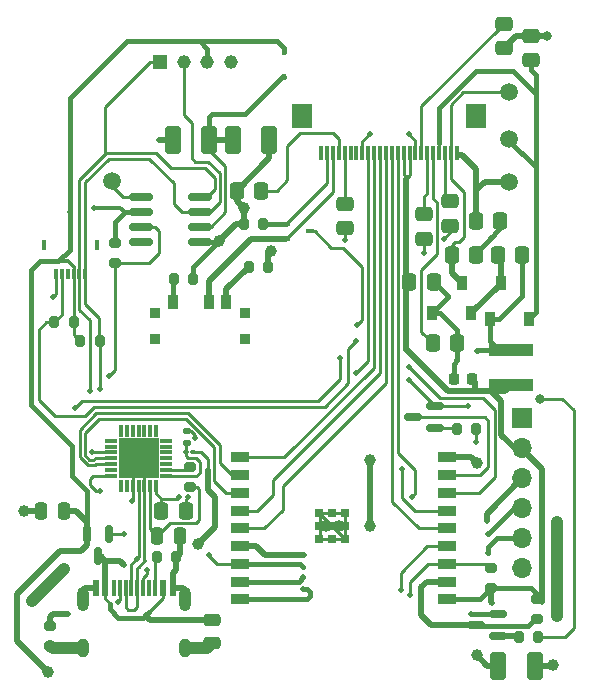
<source format=gtl>
G04 #@! TF.GenerationSoftware,KiCad,Pcbnew,6.0.11-2627ca5db0~126~ubuntu20.04.1*
G04 #@! TF.CreationDate,2023-02-16T11:57:51+01:00*
G04 #@! TF.ProjectId,C3-27-epaper-touch,43332d32-372d-4657-9061-7065722d746f,rev?*
G04 #@! TF.SameCoordinates,Original*
G04 #@! TF.FileFunction,Copper,L1,Top*
G04 #@! TF.FilePolarity,Positive*
%FSLAX46Y46*%
G04 Gerber Fmt 4.6, Leading zero omitted, Abs format (unit mm)*
G04 Created by KiCad (PCBNEW 6.0.11-2627ca5db0~126~ubuntu20.04.1) date 2023-02-16 11:57:51*
%MOMM*%
%LPD*%
G01*
G04 APERTURE LIST*
G04 Aperture macros list*
%AMRoundRect*
0 Rectangle with rounded corners*
0 $1 Rounding radius*
0 $2 $3 $4 $5 $6 $7 $8 $9 X,Y pos of 4 corners*
0 Add a 4 corners polygon primitive as box body*
4,1,4,$2,$3,$4,$5,$6,$7,$8,$9,$2,$3,0*
0 Add four circle primitives for the rounded corners*
1,1,$1+$1,$2,$3*
1,1,$1+$1,$4,$5*
1,1,$1+$1,$6,$7*
1,1,$1+$1,$8,$9*
0 Add four rect primitives between the rounded corners*
20,1,$1+$1,$2,$3,$4,$5,0*
20,1,$1+$1,$4,$5,$6,$7,0*
20,1,$1+$1,$6,$7,$8,$9,0*
20,1,$1+$1,$8,$9,$2,$3,0*%
G04 Aperture macros list end*
G04 #@! TA.AperFunction,SMDPad,CuDef*
%ADD10C,1.500000*%
G04 #@! TD*
G04 #@! TA.AperFunction,SMDPad,CuDef*
%ADD11R,0.450000X0.600000*%
G04 #@! TD*
G04 #@! TA.AperFunction,SMDPad,CuDef*
%ADD12RoundRect,0.250000X-0.337500X-0.475000X0.337500X-0.475000X0.337500X0.475000X-0.337500X0.475000X0*%
G04 #@! TD*
G04 #@! TA.AperFunction,SMDPad,CuDef*
%ADD13R,1.498600X0.889000*%
G04 #@! TD*
G04 #@! TA.AperFunction,SMDPad,CuDef*
%ADD14R,0.711200X0.711200*%
G04 #@! TD*
G04 #@! TA.AperFunction,SMDPad,CuDef*
%ADD15RoundRect,0.150000X0.587500X0.150000X-0.587500X0.150000X-0.587500X-0.150000X0.587500X-0.150000X0*%
G04 #@! TD*
G04 #@! TA.AperFunction,SMDPad,CuDef*
%ADD16RoundRect,0.250000X0.475000X-0.337500X0.475000X0.337500X-0.475000X0.337500X-0.475000X-0.337500X0*%
G04 #@! TD*
G04 #@! TA.AperFunction,SMDPad,CuDef*
%ADD17RoundRect,0.250000X0.337500X0.475000X-0.337500X0.475000X-0.337500X-0.475000X0.337500X-0.475000X0*%
G04 #@! TD*
G04 #@! TA.AperFunction,SMDPad,CuDef*
%ADD18R,0.600000X1.450000*%
G04 #@! TD*
G04 #@! TA.AperFunction,SMDPad,CuDef*
%ADD19R,0.300000X1.450000*%
G04 #@! TD*
G04 #@! TA.AperFunction,ComponentPad*
%ADD20O,1.000000X2.100000*%
G04 #@! TD*
G04 #@! TA.AperFunction,ComponentPad*
%ADD21O,1.000000X1.600000*%
G04 #@! TD*
G04 #@! TA.AperFunction,SMDPad,CuDef*
%ADD22RoundRect,0.150000X-0.150000X0.587500X-0.150000X-0.587500X0.150000X-0.587500X0.150000X0.587500X0*%
G04 #@! TD*
G04 #@! TA.AperFunction,SMDPad,CuDef*
%ADD23RoundRect,0.200000X0.275000X-0.200000X0.275000X0.200000X-0.275000X0.200000X-0.275000X-0.200000X0*%
G04 #@! TD*
G04 #@! TA.AperFunction,SMDPad,CuDef*
%ADD24RoundRect,0.200000X-0.200000X-0.275000X0.200000X-0.275000X0.200000X0.275000X-0.200000X0.275000X0*%
G04 #@! TD*
G04 #@! TA.AperFunction,SMDPad,CuDef*
%ADD25RoundRect,0.250000X0.412500X0.925000X-0.412500X0.925000X-0.412500X-0.925000X0.412500X-0.925000X0*%
G04 #@! TD*
G04 #@! TA.AperFunction,SMDPad,CuDef*
%ADD26RoundRect,0.150000X-0.825000X-0.150000X0.825000X-0.150000X0.825000X0.150000X-0.825000X0.150000X0*%
G04 #@! TD*
G04 #@! TA.AperFunction,SMDPad,CuDef*
%ADD27RoundRect,0.250000X-0.475000X0.337500X-0.475000X-0.337500X0.475000X-0.337500X0.475000X0.337500X0*%
G04 #@! TD*
G04 #@! TA.AperFunction,SMDPad,CuDef*
%ADD28RoundRect,0.200000X0.200000X0.275000X-0.200000X0.275000X-0.200000X-0.275000X0.200000X-0.275000X0*%
G04 #@! TD*
G04 #@! TA.AperFunction,SMDPad,CuDef*
%ADD29R,0.889000X1.244600*%
G04 #@! TD*
G04 #@! TA.AperFunction,SMDPad,CuDef*
%ADD30R,0.812800X0.939800*%
G04 #@! TD*
G04 #@! TA.AperFunction,SMDPad,CuDef*
%ADD31RoundRect,0.250000X-0.475000X0.250000X-0.475000X-0.250000X0.475000X-0.250000X0.475000X0.250000X0*%
G04 #@! TD*
G04 #@! TA.AperFunction,SMDPad,CuDef*
%ADD32R,0.304800X1.193800*%
G04 #@! TD*
G04 #@! TA.AperFunction,SMDPad,CuDef*
%ADD33R,1.803400X2.006600*%
G04 #@! TD*
G04 #@! TA.AperFunction,SMDPad,CuDef*
%ADD34R,0.900000X1.200000*%
G04 #@! TD*
G04 #@! TA.AperFunction,SMDPad,CuDef*
%ADD35RoundRect,0.250000X-0.250000X-0.475000X0.250000X-0.475000X0.250000X0.475000X-0.250000X0.475000X0*%
G04 #@! TD*
G04 #@! TA.AperFunction,SMDPad,CuDef*
%ADD36RoundRect,0.200000X-0.275000X0.200000X-0.275000X-0.200000X0.275000X-0.200000X0.275000X0.200000X0*%
G04 #@! TD*
G04 #@! TA.AperFunction,SMDPad,CuDef*
%ADD37RoundRect,0.250000X0.250000X0.475000X-0.250000X0.475000X-0.250000X-0.475000X0.250000X-0.475000X0*%
G04 #@! TD*
G04 #@! TA.AperFunction,SMDPad,CuDef*
%ADD38RoundRect,0.250000X-0.412500X-0.925000X0.412500X-0.925000X0.412500X0.925000X-0.412500X0.925000X0*%
G04 #@! TD*
G04 #@! TA.AperFunction,SMDPad,CuDef*
%ADD39R,0.304800X0.812800*%
G04 #@! TD*
G04 #@! TA.AperFunction,SMDPad,CuDef*
%ADD40R,0.406400X0.812800*%
G04 #@! TD*
G04 #@! TA.AperFunction,SMDPad,CuDef*
%ADD41R,0.300000X1.000000*%
G04 #@! TD*
G04 #@! TA.AperFunction,SMDPad,CuDef*
%ADD42R,1.000000X0.300000*%
G04 #@! TD*
G04 #@! TA.AperFunction,SMDPad,CuDef*
%ADD43R,3.350000X3.350000*%
G04 #@! TD*
G04 #@! TA.AperFunction,SMDPad,CuDef*
%ADD44RoundRect,0.135000X-0.185000X0.135000X-0.185000X-0.135000X0.185000X-0.135000X0.185000X0.135000X0*%
G04 #@! TD*
G04 #@! TA.AperFunction,ComponentPad*
%ADD45R,1.150000X1.150000*%
G04 #@! TD*
G04 #@! TA.AperFunction,ComponentPad*
%ADD46C,1.150000*%
G04 #@! TD*
G04 #@! TA.AperFunction,ComponentPad*
%ADD47R,1.700000X1.700000*%
G04 #@! TD*
G04 #@! TA.AperFunction,ComponentPad*
%ADD48O,1.700000X1.700000*%
G04 #@! TD*
G04 #@! TA.AperFunction,SMDPad,CuDef*
%ADD49R,0.700000X0.450000*%
G04 #@! TD*
G04 #@! TA.AperFunction,SMDPad,CuDef*
%ADD50RoundRect,0.225000X-0.225000X-0.250000X0.225000X-0.250000X0.225000X0.250000X-0.225000X0.250000X0*%
G04 #@! TD*
G04 #@! TA.AperFunction,SMDPad,CuDef*
%ADD51R,3.708400X1.092200*%
G04 #@! TD*
G04 #@! TA.AperFunction,SMDPad,CuDef*
%ADD52RoundRect,0.100000X-0.130000X-0.100000X0.130000X-0.100000X0.130000X0.100000X-0.130000X0.100000X0*%
G04 #@! TD*
G04 #@! TA.AperFunction,ViaPad*
%ADD53C,0.500000*%
G04 #@! TD*
G04 #@! TA.AperFunction,ViaPad*
%ADD54C,1.000000*%
G04 #@! TD*
G04 #@! TA.AperFunction,ViaPad*
%ADD55C,0.800000*%
G04 #@! TD*
G04 #@! TA.AperFunction,Conductor*
%ADD56C,0.250000*%
G04 #@! TD*
G04 #@! TA.AperFunction,Conductor*
%ADD57C,0.500000*%
G04 #@! TD*
G04 #@! TA.AperFunction,Conductor*
%ADD58C,0.400000*%
G04 #@! TD*
G04 #@! TA.AperFunction,Conductor*
%ADD59C,1.000000*%
G04 #@! TD*
G04 #@! TA.AperFunction,Conductor*
%ADD60C,0.300000*%
G04 #@! TD*
G04 APERTURE END LIST*
D10*
X156550000Y-82300000D03*
D11*
X137471501Y-73420000D03*
X137471501Y-71320000D03*
D12*
X133475000Y-83050000D03*
X135550000Y-83050000D03*
D10*
X122900000Y-82250000D03*
D13*
X151264000Y-117655087D03*
X151264000Y-116155087D03*
X151264000Y-114655085D03*
X151264000Y-113155086D03*
X151264000Y-111655086D03*
X151264000Y-110155087D03*
X151264000Y-108655087D03*
X151264000Y-107155085D03*
X151264000Y-105655085D03*
X133764000Y-105655085D03*
X133764000Y-107155085D03*
X133764000Y-108655087D03*
X133764000Y-110155087D03*
X133764000Y-111655086D03*
X133764000Y-113155086D03*
X133764000Y-114655085D03*
X133764000Y-116155087D03*
X133764000Y-117655087D03*
D14*
X142658198Y-112555110D03*
X141558198Y-112555110D03*
X140458198Y-112555110D03*
X142658300Y-111455112D03*
X141558300Y-111455112D03*
X140458299Y-111455112D03*
X142658198Y-110355114D03*
X141558198Y-110355114D03*
X140458198Y-110355114D03*
D15*
X155587500Y-120800000D03*
X155587500Y-118900000D03*
X153712500Y-119850000D03*
D16*
X149300000Y-87137500D03*
X149300000Y-85062500D03*
D17*
X152137500Y-96000000D03*
X150062500Y-96000000D03*
D18*
X121550000Y-116705000D03*
X122350000Y-116705000D03*
D19*
X123550000Y-116705000D03*
X124550000Y-116705000D03*
X125050000Y-116705000D03*
X126050000Y-116705000D03*
D18*
X127250000Y-116705000D03*
X128050000Y-116705000D03*
X128050000Y-116705000D03*
X127250000Y-116705000D03*
D19*
X126550000Y-116705000D03*
X125550000Y-116705000D03*
X124050000Y-116705000D03*
X123050000Y-116705000D03*
D18*
X122350000Y-116705000D03*
X121550000Y-116705000D03*
D20*
X129120000Y-117620000D03*
D21*
X129120000Y-121800000D03*
X120480000Y-121800000D03*
D20*
X120480000Y-117620000D03*
D22*
X122650000Y-112125000D03*
X120750000Y-112125000D03*
X121700000Y-114000000D03*
D23*
X129510000Y-108125000D03*
X129510000Y-106475000D03*
D12*
X155550000Y-88500000D03*
X157625000Y-88500000D03*
D24*
X128125000Y-90550000D03*
X129775000Y-90550000D03*
D25*
X131137500Y-78800000D03*
X128062500Y-78800000D03*
D17*
X155787500Y-85650000D03*
X153712500Y-85650000D03*
D26*
X125375000Y-83595000D03*
X125375000Y-84865000D03*
X125375000Y-86135000D03*
X125375000Y-87405000D03*
X130325000Y-87405000D03*
X130325000Y-86135000D03*
X130325000Y-84865000D03*
X130325000Y-83595000D03*
D27*
X158400000Y-69962500D03*
X158400000Y-72037500D03*
D24*
X134475000Y-89530000D03*
X136125000Y-89530000D03*
D28*
X158980000Y-120820000D03*
X157330000Y-120820000D03*
D10*
X156550000Y-74750000D03*
D16*
X156100000Y-71000000D03*
X156100000Y-68925000D03*
D28*
X153745000Y-103210000D03*
X152095000Y-103210000D03*
D29*
X128102100Y-92454820D03*
X131099300Y-92454820D03*
X132597900Y-92454820D03*
D30*
X126550160Y-93399700D03*
X134149840Y-93399700D03*
X126550160Y-95660300D03*
X134149840Y-95660300D03*
D31*
X131400000Y-119450000D03*
X131400000Y-121350000D03*
D32*
X152100001Y-79895600D03*
X151600000Y-79895600D03*
X151100001Y-79895600D03*
X150599999Y-79895600D03*
X150100000Y-79895600D03*
X149600001Y-79895600D03*
X149100000Y-79895600D03*
X148600001Y-79895600D03*
X148099999Y-79895600D03*
X147600000Y-79895600D03*
X147100001Y-79895600D03*
X146600000Y-79895600D03*
X146100000Y-79895600D03*
X145599999Y-79895600D03*
X145100000Y-79895600D03*
X144600001Y-79895600D03*
X144099999Y-79895600D03*
X143600000Y-79895600D03*
X143099999Y-79895600D03*
X142600000Y-79895600D03*
X142100001Y-79895600D03*
X141599999Y-79895600D03*
X141100000Y-79895600D03*
X140600001Y-79895600D03*
D33*
X153750000Y-76745601D03*
X138950000Y-76745601D03*
D17*
X153737500Y-88500000D03*
X151662500Y-88500000D03*
D24*
X126675000Y-114100000D03*
X128325000Y-114100000D03*
D15*
X150237500Y-103190000D03*
X150237500Y-101290000D03*
X148362500Y-102240000D03*
D34*
X155800000Y-90850000D03*
X152500000Y-90850000D03*
D35*
X126750000Y-112300000D03*
X128650000Y-112300000D03*
D36*
X123150000Y-87525000D03*
X123150000Y-89175000D03*
D28*
X119650000Y-94200000D03*
X118000000Y-94200000D03*
D37*
X118800000Y-110200000D03*
X116900000Y-110200000D03*
D38*
X155625000Y-123270000D03*
X158700000Y-123270000D03*
D17*
X129157500Y-110180000D03*
X127082500Y-110180000D03*
D28*
X135725000Y-85850000D03*
X134075000Y-85850000D03*
D39*
X118150000Y-90139000D03*
X118649999Y-90139000D03*
X119150001Y-90139000D03*
X119650000Y-90139000D03*
X120150001Y-90139000D03*
X120650000Y-90139000D03*
D40*
X121650001Y-87625878D03*
X117149999Y-87625878D03*
D24*
X120200000Y-95820000D03*
X121850000Y-95820000D03*
D36*
X117650000Y-119925000D03*
X117650000Y-121575000D03*
D16*
X142600000Y-86237500D03*
X142600000Y-84162500D03*
D41*
X123650000Y-108075000D03*
X124150000Y-108075000D03*
X124650000Y-108075000D03*
X125150000Y-108075000D03*
X125650000Y-108075000D03*
X126150000Y-108075000D03*
X126650000Y-108075000D03*
D42*
X127500000Y-107225000D03*
X127500000Y-106725000D03*
X127500000Y-106225000D03*
X127500000Y-105725000D03*
X127500000Y-105225000D03*
X127500000Y-104725000D03*
X127500000Y-104225000D03*
D41*
X126650000Y-103375000D03*
X126150000Y-103375000D03*
X125650000Y-103375000D03*
X125150000Y-103375000D03*
X124650000Y-103375000D03*
X124150000Y-103375000D03*
X123650000Y-103375000D03*
D42*
X122800000Y-104225000D03*
X122800000Y-104725000D03*
X122800000Y-105225000D03*
X122800000Y-105725000D03*
X122800000Y-106225000D03*
X122800000Y-106725000D03*
X122800000Y-107225000D03*
D43*
X125150000Y-105725000D03*
D44*
X129260000Y-103410000D03*
X129260000Y-104430000D03*
D45*
X126971501Y-72200000D03*
D46*
X128971502Y-72200000D03*
X130971501Y-72200000D03*
X132971502Y-72200000D03*
D34*
X150000000Y-93450000D03*
X153300000Y-93450000D03*
D17*
X150137500Y-90800000D03*
X148062500Y-90800000D03*
D47*
X157650000Y-102350000D03*
D48*
X157650000Y-104890000D03*
X157650000Y-107430000D03*
X157650000Y-109970000D03*
X157650000Y-112510000D03*
X157650000Y-115050000D03*
D38*
X133162500Y-78800000D03*
X136237500Y-78800000D03*
D10*
X156550000Y-78650000D03*
D49*
X137650000Y-85850000D03*
X137650000Y-87150000D03*
X139650000Y-86500000D03*
D50*
X151850000Y-99050000D03*
X153400000Y-99050000D03*
D23*
X155000000Y-116675000D03*
X155000000Y-115025000D03*
D51*
X156650000Y-96551400D03*
X156650000Y-99548600D03*
D34*
X158200000Y-93950000D03*
X154900000Y-93950000D03*
D52*
X129160000Y-105220000D03*
X129800000Y-105220000D03*
D16*
X151550000Y-86037500D03*
X151550000Y-83962500D03*
D36*
X158910000Y-117665000D03*
X158910000Y-119315000D03*
D53*
X151350000Y-92025000D03*
D54*
X160270000Y-123250000D03*
D55*
X159750000Y-69950000D03*
D53*
X148050000Y-78275000D03*
X123900000Y-112100000D03*
D54*
X153810000Y-106130000D03*
X131930000Y-87340000D03*
D53*
X149300000Y-88300000D03*
X151000000Y-87150000D03*
X129330000Y-108990000D03*
X117900000Y-92100000D03*
D54*
X144740000Y-105900000D03*
D53*
X155000000Y-87050000D03*
D54*
X141024888Y-111455112D03*
X142154888Y-111455112D03*
X134090000Y-84520000D03*
D53*
X142600000Y-87250000D03*
D54*
X136360000Y-88140000D03*
D53*
X124575000Y-109300000D03*
D54*
X160570000Y-111110000D03*
X115450000Y-110220000D03*
D53*
X129960000Y-104020000D03*
X126850000Y-78800000D03*
X152150000Y-97400000D03*
X126275000Y-105275000D03*
D54*
X116100000Y-117800000D03*
X160570000Y-119050000D03*
X144730000Y-111430000D03*
D53*
X144725000Y-78250000D03*
D54*
X118800000Y-115075000D03*
D53*
X125525000Y-104325000D03*
X119350000Y-84900000D03*
X121350000Y-84500000D03*
D54*
X117500000Y-123800000D03*
X153800000Y-122410000D03*
D53*
X155100000Y-117950000D03*
X131600000Y-110830000D03*
X123900000Y-114750000D03*
X128550000Y-108970000D03*
D54*
X130200000Y-112950000D03*
D53*
X131000000Y-106730000D03*
X148080000Y-97990000D03*
X143590000Y-95750000D03*
X121040000Y-100060000D03*
X148150000Y-117300000D03*
X125900000Y-115200000D03*
X125000000Y-114225000D03*
X154770000Y-113720000D03*
X139090000Y-115780000D03*
X131080000Y-113950000D03*
X122650000Y-98750000D03*
X154770000Y-112100000D03*
X139080000Y-114900000D03*
X154630000Y-111030000D03*
X139130000Y-113880000D03*
X143650000Y-94400000D03*
X153800000Y-96650000D03*
X148270000Y-108960000D03*
X139040000Y-116780000D03*
X143550000Y-98500000D03*
X147440000Y-106650000D03*
X123450000Y-117850000D03*
X119150000Y-118900000D03*
X153730000Y-104360000D03*
X153325000Y-118925000D03*
X121200000Y-105200000D03*
X142200000Y-97200000D03*
X153030000Y-101310000D03*
X119800000Y-101425000D03*
X148040000Y-99110000D03*
X121900000Y-108500000D03*
D55*
X159170000Y-100680000D03*
D53*
X121925000Y-99875000D03*
X147350000Y-116900000D03*
D56*
X142154888Y-111455112D02*
X141024888Y-111455112D01*
D57*
X128650000Y-113800000D02*
X128650000Y-112300000D01*
D56*
X125650000Y-114400000D02*
X125162500Y-114887500D01*
D57*
X158387500Y-69950000D02*
X157150000Y-69950000D01*
D56*
X129960000Y-103800000D02*
X129960000Y-104020000D01*
X125162500Y-114887500D02*
X125687500Y-114362500D01*
D58*
X155787500Y-86262500D02*
X155787500Y-85650000D01*
D57*
X116900000Y-110200000D02*
X115470000Y-110200000D01*
D59*
X130950000Y-121800000D02*
X129120000Y-121800000D01*
D56*
X124800000Y-118600000D02*
X125050000Y-118350000D01*
D57*
X144740000Y-111420000D02*
X144730000Y-111430000D01*
D58*
X151850000Y-99050000D02*
X151850000Y-97700000D01*
D57*
X128050000Y-116705000D02*
X128945000Y-116705000D01*
X133475000Y-83905000D02*
X134090000Y-84520000D01*
X128325000Y-115175000D02*
X128325000Y-114100000D01*
D56*
X118150000Y-90439000D02*
X118150000Y-91850000D01*
X142600000Y-86237500D02*
X142600000Y-87250000D01*
X125650000Y-108075000D02*
X125650000Y-114400000D01*
D58*
X152150000Y-96012500D02*
X152137500Y-96000000D01*
D57*
X136125000Y-89530000D02*
X136125000Y-88375000D01*
D56*
X158412500Y-69950000D02*
X158400000Y-69962500D01*
D59*
X118800000Y-115075000D02*
X116100000Y-117775000D01*
D56*
X129570000Y-103410000D02*
X129930000Y-103770000D01*
D58*
X130325000Y-87405000D02*
X131865000Y-87405000D01*
D56*
X124050000Y-116705000D02*
X124050000Y-118350000D01*
X124050000Y-118350000D02*
X124300000Y-118600000D01*
D58*
X131930000Y-87340000D02*
X129775000Y-89495000D01*
D57*
X129120000Y-116880000D02*
X129120000Y-117620000D01*
D56*
X123900000Y-112100000D02*
X122675000Y-112100000D01*
X140500000Y-110350000D02*
X140500000Y-112550000D01*
X124300000Y-118600000D02*
X124800000Y-118600000D01*
X144099999Y-79895600D02*
X144099999Y-78875001D01*
D57*
X128945000Y-116705000D02*
X129120000Y-116880000D01*
D56*
X151550000Y-86037500D02*
X151550000Y-86600000D01*
X129260000Y-103410000D02*
X129570000Y-103410000D01*
X122675000Y-112100000D02*
X122650000Y-112125000D01*
X148600001Y-78825001D02*
X148050000Y-78275000D01*
X140500000Y-112550000D02*
X142653088Y-112550000D01*
D57*
X128350000Y-114100000D02*
X128650000Y-113800000D01*
D58*
X153737500Y-88312500D02*
X154850000Y-87200000D01*
D56*
X125050000Y-118350000D02*
X125050000Y-116705000D01*
D58*
X154850000Y-87200000D02*
X155787500Y-86262500D01*
D56*
X148600001Y-79895600D02*
X148600001Y-78825001D01*
X124650000Y-109225000D02*
X124575000Y-109300000D01*
D58*
X152137500Y-96000000D02*
X152137500Y-94887500D01*
X131865000Y-87405000D02*
X131930000Y-87340000D01*
X152150000Y-97400000D02*
X152150000Y-96012500D01*
D57*
X128050000Y-115450000D02*
X128325000Y-115175000D01*
X121550000Y-116705000D02*
X120655000Y-116705000D01*
X120655000Y-116705000D02*
X120480000Y-116880000D01*
X158400000Y-69962500D02*
X158387500Y-69950000D01*
D56*
X144099999Y-78875001D02*
X144725000Y-78250000D01*
D59*
X131400000Y-121350000D02*
X130950000Y-121800000D01*
D56*
X125050000Y-115000000D02*
X125162500Y-114887500D01*
X151550000Y-86600000D02*
X151000000Y-87150000D01*
X125050000Y-116705000D02*
X125050000Y-115000000D01*
D57*
X136125000Y-88375000D02*
X136360000Y-88140000D01*
X133475000Y-83050000D02*
X133475000Y-83905000D01*
X157150000Y-69950000D02*
X156100000Y-71000000D01*
X128062500Y-78800000D02*
X126850000Y-78800000D01*
D58*
X150000000Y-93450000D02*
X151350000Y-92100000D01*
D56*
X142653084Y-112550000D02*
X140458198Y-110355114D01*
D57*
X133420000Y-85850000D02*
X134075000Y-85850000D01*
X134075000Y-85850000D02*
X134075000Y-84535000D01*
D58*
X129775000Y-89495000D02*
X129775000Y-90550000D01*
D56*
X124650000Y-108075000D02*
X124650000Y-109225000D01*
X142653088Y-112550000D02*
X142658198Y-112555110D01*
D58*
X153737500Y-88500000D02*
X153737500Y-88312500D01*
D57*
X160250000Y-123270000D02*
X160270000Y-123250000D01*
D56*
X129157500Y-109162500D02*
X129330000Y-108990000D01*
D57*
X120480000Y-116880000D02*
X120480000Y-117620000D01*
D56*
X142700000Y-110350000D02*
X140500000Y-110350000D01*
X118150000Y-91850000D02*
X117900000Y-92100000D01*
D57*
X134075000Y-84535000D02*
X134090000Y-84520000D01*
X133500000Y-83050000D02*
X136237500Y-80312500D01*
D56*
X141024888Y-111455112D02*
X140458299Y-111455112D01*
D57*
X128325000Y-114100000D02*
X128350000Y-114100000D01*
X151264000Y-105655085D02*
X153335085Y-105655085D01*
D59*
X117875000Y-121800000D02*
X117650000Y-121575000D01*
D58*
X151350000Y-92025000D02*
X151350000Y-92012500D01*
X150000000Y-93450000D02*
X150525000Y-93450000D01*
D57*
X153335085Y-105655085D02*
X153810000Y-106130000D01*
X131930000Y-87340000D02*
X133420000Y-85850000D01*
D56*
X149300000Y-87137500D02*
X149300000Y-88300000D01*
D58*
X151350000Y-92100000D02*
X151350000Y-92025000D01*
X151850000Y-97700000D02*
X152150000Y-97400000D01*
D59*
X116100000Y-117775000D02*
X116100000Y-117800000D01*
D56*
X124650000Y-108075000D02*
X124650000Y-106225000D01*
D57*
X136237500Y-80312500D02*
X136237500Y-78800000D01*
X144740000Y-105900000D02*
X144740000Y-111420000D01*
D58*
X152137500Y-94887500D02*
X150700000Y-93450000D01*
D57*
X128050000Y-116705000D02*
X128050000Y-115450000D01*
D56*
X142658300Y-111455112D02*
X142154888Y-111455112D01*
D58*
X150700000Y-93450000D02*
X150000000Y-93450000D01*
D56*
X125650000Y-108075000D02*
X125650000Y-106225000D01*
D57*
X133475000Y-83050000D02*
X133500000Y-83050000D01*
X159750000Y-69950000D02*
X158412500Y-69950000D01*
D58*
X151350000Y-92012500D02*
X150137500Y-90800000D01*
D56*
X129930000Y-103770000D02*
X129960000Y-103800000D01*
X129157500Y-110180000D02*
X129157500Y-109162500D01*
D59*
X160570000Y-111110000D02*
X160570000Y-119050000D01*
D56*
X142658198Y-112555110D02*
X142658198Y-110355114D01*
D59*
X120480000Y-121800000D02*
X117875000Y-121800000D01*
D57*
X158700000Y-123270000D02*
X160250000Y-123270000D01*
X115470000Y-110200000D02*
X115450000Y-110220000D01*
D58*
X119350000Y-84900000D02*
X119350000Y-75250000D01*
D56*
X148099999Y-80195600D02*
X148099999Y-81750001D01*
D57*
X118510000Y-113550000D02*
X120250000Y-113550000D01*
D58*
X116050000Y-101200000D02*
X116050000Y-89800000D01*
D56*
X148099999Y-81750001D02*
X147874999Y-81975001D01*
D58*
X130325000Y-70400000D02*
X136900000Y-70400000D01*
D57*
X155860000Y-100880000D02*
X155860000Y-103760000D01*
D58*
X116900000Y-102050000D02*
X119500000Y-104650000D01*
D57*
X114860000Y-121160000D02*
X114860000Y-117200000D01*
X151370000Y-100020000D02*
X153650000Y-100020000D01*
D58*
X154019913Y-117655087D02*
X155000000Y-116675000D01*
D57*
X114860000Y-117200000D02*
X118510000Y-113550000D01*
D58*
X130325000Y-70400000D02*
X130971501Y-71046501D01*
X118350000Y-89050000D02*
X119350000Y-88050000D01*
D57*
X117500000Y-123800000D02*
X114860000Y-121160000D01*
X155100000Y-117950000D02*
X155000000Y-117850000D01*
X155000000Y-117850000D02*
X155000000Y-116675000D01*
X159300000Y-106650000D02*
X159300000Y-117870000D01*
X155000000Y-100020000D02*
X155860000Y-100880000D01*
X153960000Y-100020000D02*
X155000000Y-100020000D01*
X147874999Y-81975001D02*
X147790000Y-82060000D01*
X147790000Y-96520000D02*
X147870000Y-96520000D01*
D58*
X119350000Y-88050000D02*
X119350000Y-84900000D01*
X137471501Y-70971501D02*
X137471501Y-71320000D01*
D57*
X120750000Y-113050000D02*
X120750000Y-112125000D01*
D58*
X124200000Y-70400000D02*
X130325000Y-70400000D01*
D57*
X158000000Y-105350000D02*
X159300000Y-106650000D01*
D58*
X130971501Y-71046501D02*
X130971501Y-72200000D01*
D57*
X153650000Y-100020000D02*
X153960000Y-100020000D01*
D60*
X123620000Y-84500000D02*
X123985000Y-84865000D01*
D57*
X153650000Y-100020000D02*
X153650000Y-99300000D01*
X147790000Y-82060000D02*
X147790000Y-96520000D01*
D58*
X125375000Y-84865000D02*
X123985000Y-84865000D01*
D60*
X118350000Y-89050000D02*
X119175000Y-89050000D01*
D57*
X147870000Y-96520000D02*
X151370000Y-100020000D01*
D58*
X123150000Y-85700000D02*
X123150000Y-87525000D01*
X116800000Y-89050000D02*
X118350000Y-89050000D01*
D60*
X121350000Y-84500000D02*
X123620000Y-84500000D01*
D57*
X153960000Y-100020000D02*
X156178600Y-100020000D01*
X120250000Y-113550000D02*
X120750000Y-113050000D01*
X118800000Y-110200000D02*
X119870000Y-110200000D01*
D58*
X158375000Y-116675000D02*
X159300000Y-117600000D01*
X119500000Y-104650000D02*
X119500000Y-107250000D01*
X116050000Y-89800000D02*
X116800000Y-89050000D01*
X120750000Y-108500000D02*
X120750000Y-111080000D01*
D57*
X120750000Y-111080000D02*
X120750000Y-112125000D01*
D58*
X123985000Y-84865000D02*
X123150000Y-85700000D01*
D56*
X147600000Y-81700002D02*
X147874999Y-81975001D01*
X119650000Y-95270000D02*
X120200000Y-95820000D01*
X119650000Y-94200000D02*
X119650000Y-95270000D01*
D58*
X116900000Y-102050000D02*
X116050000Y-101200000D01*
X119500000Y-107250000D02*
X120750000Y-108500000D01*
D57*
X156178600Y-100020000D02*
X156650000Y-99548600D01*
D60*
X119175000Y-89050000D02*
X119650000Y-89525000D01*
D57*
X158000000Y-104700000D02*
X158000000Y-105350000D01*
D56*
X147600000Y-80195600D02*
X147600000Y-81700002D01*
D57*
X156990000Y-104890000D02*
X157650000Y-104890000D01*
D58*
X155000000Y-116675000D02*
X158375000Y-116675000D01*
D57*
X153800000Y-122410000D02*
X154660000Y-123270000D01*
D58*
X136900000Y-70400000D02*
X137471501Y-70971501D01*
D57*
X153650000Y-99300000D02*
X153400000Y-99050000D01*
X155860000Y-103760000D02*
X156990000Y-104890000D01*
D58*
X151264000Y-117655087D02*
X152244913Y-117655087D01*
D56*
X119650000Y-89525000D02*
X119650000Y-90139000D01*
D57*
X154660000Y-123270000D02*
X155625000Y-123270000D01*
D56*
X119650000Y-90139000D02*
X119650000Y-94200000D01*
D58*
X119350000Y-75250000D02*
X124200000Y-70400000D01*
D57*
X119870000Y-110200000D02*
X120750000Y-111080000D01*
D58*
X152244913Y-117655087D02*
X154019913Y-117655087D01*
D56*
X125775000Y-119025000D02*
X125700000Y-119100000D01*
D57*
X131600000Y-110830000D02*
X131600000Y-108970000D01*
D58*
X123450000Y-119250000D02*
X122700000Y-118500000D01*
D57*
X123550000Y-114400000D02*
X123900000Y-114750000D01*
D56*
X127250000Y-117550000D02*
X126025000Y-118775000D01*
X127082500Y-109132500D02*
X128387500Y-109132500D01*
D57*
X131600000Y-111550000D02*
X131600000Y-110830000D01*
D56*
X126650000Y-108075000D02*
X126650000Y-108700000D01*
D57*
X122350000Y-116705000D02*
X122350000Y-114400000D01*
D56*
X127082500Y-109132500D02*
X127082500Y-110180000D01*
X130450000Y-105220000D02*
X131000000Y-105770000D01*
D57*
X122350000Y-114400000D02*
X121950000Y-114000000D01*
X131000000Y-108370000D02*
X131000000Y-106730000D01*
X131400000Y-119450000D02*
X126150000Y-119450000D01*
D56*
X122350000Y-117600000D02*
X122700000Y-117950000D01*
X122350000Y-116705000D02*
X122350000Y-117600000D01*
D57*
X126150000Y-119450000D02*
X125775000Y-119075000D01*
D56*
X122700000Y-117950000D02*
X122700000Y-118050000D01*
D58*
X122700000Y-118500000D02*
X122700000Y-118050000D01*
X126025000Y-118775000D02*
X125775000Y-119025000D01*
D57*
X121950000Y-114000000D02*
X121700000Y-114000000D01*
D56*
X128387500Y-109132500D02*
X128550000Y-108970000D01*
D58*
X125550000Y-119250000D02*
X123450000Y-119250000D01*
D56*
X127250000Y-116705000D02*
X127250000Y-117550000D01*
D57*
X131600000Y-108970000D02*
X131000000Y-108370000D01*
X125775000Y-119075000D02*
X125775000Y-119025000D01*
D58*
X126025000Y-118775000D02*
X125550000Y-119250000D01*
D56*
X129800000Y-105220000D02*
X130450000Y-105220000D01*
X131000000Y-105770000D02*
X131000000Y-106730000D01*
D57*
X130200000Y-112950000D02*
X131600000Y-111550000D01*
D56*
X126650000Y-108700000D02*
X127082500Y-109132500D01*
D57*
X122350000Y-114400000D02*
X123550000Y-114400000D01*
D56*
X154310000Y-100620000D02*
X155290000Y-101600000D01*
X155290000Y-107330000D02*
X153964913Y-108655087D01*
X150680000Y-100620000D02*
X154310000Y-100620000D01*
X118050000Y-102125000D02*
X116700000Y-100775000D01*
X155290000Y-101600000D02*
X155290000Y-107330000D01*
X121375000Y-101350000D02*
X140900000Y-101350000D01*
X120600000Y-102125000D02*
X121375000Y-101350000D01*
X118050000Y-102125000D02*
X120600000Y-102125000D01*
X118649999Y-93550001D02*
X118000000Y-94200000D01*
X117350000Y-94200000D02*
X118000000Y-94200000D01*
X118649999Y-90439000D02*
X118649999Y-93550001D01*
X142870000Y-99380000D02*
X142870000Y-96470000D01*
X153964913Y-108655087D02*
X151264000Y-108655087D01*
X142870000Y-96470000D02*
X143590000Y-95750000D01*
X116700000Y-100775000D02*
X116700000Y-94850000D01*
X148080000Y-98020000D02*
X150680000Y-100620000D01*
X148080000Y-97990000D02*
X148080000Y-98020000D01*
X140900000Y-101350000D02*
X142870000Y-99380000D01*
X116700000Y-94850000D02*
X117350000Y-94200000D01*
X142600000Y-80195600D02*
X142600000Y-84162500D01*
X136900000Y-83050000D02*
X137750000Y-82200000D01*
X142100001Y-78700001D02*
X142100001Y-79895600D01*
X135550000Y-83050000D02*
X136900000Y-83050000D01*
X137750000Y-82200000D02*
X137750000Y-79275000D01*
X137750000Y-79275000D02*
X138850000Y-78175000D01*
X138850000Y-78175000D02*
X141575000Y-78175000D01*
X141575000Y-78175000D02*
X142100001Y-78700001D01*
X126600000Y-79850000D02*
X127900000Y-81150000D01*
X130325000Y-83595000D02*
X130955000Y-83595000D01*
X120150001Y-90439000D02*
X120150001Y-93150001D01*
X122350000Y-79950000D02*
X122450000Y-79850000D01*
X120150001Y-90139000D02*
X120150001Y-82149999D01*
X122350000Y-79950000D02*
X122350000Y-76000000D01*
X121050000Y-94050000D02*
X121050000Y-100050000D01*
X126150000Y-72200000D02*
X126971501Y-72200000D01*
X121050000Y-100050000D02*
X121040000Y-100060000D01*
X127900000Y-81150000D02*
X130750000Y-81150000D01*
X151264000Y-114655085D02*
X154630085Y-114655085D01*
X149694915Y-114655085D02*
X148150000Y-116200000D01*
X131600000Y-82000000D02*
X131600000Y-82950000D01*
X122450000Y-79850000D02*
X124550000Y-79850000D01*
X122350000Y-76000000D02*
X126150000Y-72200000D01*
X120150001Y-82149999D02*
X122350000Y-79950000D01*
X151264000Y-114655085D02*
X149694915Y-114655085D01*
X130750000Y-81150000D02*
X131600000Y-82000000D01*
X154630085Y-114655085D02*
X155000000Y-115025000D01*
X124550000Y-79850000D02*
X126600000Y-79850000D01*
X130955000Y-83595000D02*
X131600000Y-82950000D01*
X148150000Y-116200000D02*
X148150000Y-117300000D01*
X121050000Y-94050000D02*
X120150001Y-93150001D01*
X151100001Y-83512501D02*
X151550000Y-83962500D01*
X151100001Y-80195600D02*
X151100001Y-83512501D01*
D57*
X154450000Y-82300000D02*
X153712500Y-83037500D01*
X153712500Y-81212500D02*
X152550000Y-80050000D01*
X152550000Y-80050000D02*
X152300000Y-80050000D01*
X153712500Y-83037500D02*
X153712500Y-81212500D01*
X153712500Y-85650000D02*
X153712500Y-83037500D01*
X156550000Y-82300000D02*
X154450000Y-82300000D01*
D56*
X125150000Y-108075000D02*
X125150000Y-114075000D01*
X124550000Y-114675000D02*
X124550000Y-116705000D01*
X125900000Y-115500000D02*
X125900000Y-115200000D01*
X125850000Y-115550000D02*
X125900000Y-115500000D01*
X125000000Y-114225000D02*
X124550000Y-114675000D01*
X125550000Y-115850000D02*
X125850000Y-115550000D01*
X125550000Y-116705000D02*
X125550000Y-115850000D01*
X125150000Y-114075000D02*
X125000000Y-114225000D01*
X126550000Y-116705000D02*
X126550000Y-114225000D01*
X126550000Y-114225000D02*
X126675000Y-114100000D01*
X149100000Y-75925000D02*
X156100000Y-68925000D01*
X149100000Y-79895600D02*
X149100000Y-75925000D01*
X150100000Y-83750000D02*
X150400000Y-84050000D01*
X149168750Y-95106250D02*
X150062500Y-96000000D01*
X150400000Y-88425000D02*
X149075000Y-89750000D01*
X150100000Y-80195600D02*
X150100000Y-83750000D01*
X149075000Y-95012500D02*
X149168750Y-95106250D01*
X149075000Y-89750000D02*
X149075000Y-95012500D01*
X150400000Y-84050000D02*
X150400000Y-88425000D01*
X154750000Y-102540000D02*
X154750000Y-106480000D01*
X154450000Y-102240000D02*
X154750000Y-102540000D01*
X148362500Y-102240000D02*
X154450000Y-102240000D01*
X154074915Y-107155085D02*
X151264000Y-107155085D01*
X154750000Y-106480000D02*
X154074915Y-107155085D01*
D58*
X154770000Y-113720000D02*
X154770000Y-113210000D01*
X133764000Y-116155087D02*
X138714913Y-116155087D01*
X154770000Y-113210000D02*
X155470000Y-112510000D01*
X155470000Y-112510000D02*
X157650000Y-112510000D01*
X138714913Y-116155087D02*
X139090000Y-115780000D01*
D56*
X126900000Y-86450000D02*
X126900000Y-88350000D01*
X126585000Y-86135000D02*
X126900000Y-86450000D01*
X126900000Y-88350000D02*
X126075000Y-89175000D01*
X131805085Y-114655085D02*
X133005085Y-114655085D01*
X123150000Y-89175000D02*
X123150000Y-98250000D01*
X123150000Y-98250000D02*
X122650000Y-98750000D01*
X133005085Y-114655085D02*
X133764000Y-114655085D01*
X125375000Y-86135000D02*
X126585000Y-86135000D01*
D58*
X154770000Y-112100000D02*
X156900000Y-109970000D01*
X156900000Y-109970000D02*
X157650000Y-109970000D01*
D56*
X126075000Y-89175000D02*
X123150000Y-89175000D01*
D58*
X134325085Y-114655085D02*
X138835085Y-114655085D01*
X138835085Y-114655085D02*
X139080000Y-114900000D01*
X133764000Y-114655085D02*
X134325085Y-114655085D01*
D56*
X131150000Y-114000000D02*
X131805085Y-114655085D01*
D57*
X135860000Y-113880000D02*
X135130000Y-113150000D01*
X154630000Y-110450000D02*
X154630000Y-111030000D01*
X135130000Y-113150000D02*
X133769086Y-113150000D01*
X139130000Y-113880000D02*
X135860000Y-113880000D01*
X133769086Y-113150000D02*
X133764000Y-113155086D01*
X157650000Y-107430000D02*
X154630000Y-110450000D01*
D56*
X149300000Y-83600000D02*
X149300000Y-85062500D01*
X149600001Y-83299999D02*
X149300000Y-83600000D01*
X149600001Y-80195600D02*
X149600001Y-83299999D01*
D58*
X156880000Y-72950000D02*
X158800000Y-74870000D01*
X150599999Y-79050001D02*
X150599999Y-76049999D01*
X158800000Y-74870000D02*
X158800000Y-81100000D01*
D56*
X150599999Y-79895600D02*
X150599999Y-79050001D01*
D58*
X158800000Y-81100000D02*
X156450000Y-78750000D01*
X158800000Y-93350000D02*
X158200000Y-93950000D01*
X158800000Y-74870000D02*
X158800000Y-73250000D01*
X158400000Y-72850000D02*
X158400000Y-72037500D01*
X150599999Y-76049999D02*
X153699998Y-72950000D01*
X158800000Y-81100000D02*
X158800000Y-93350000D01*
X158800000Y-73250000D02*
X158400000Y-72850000D01*
X153699998Y-72950000D02*
X156880000Y-72950000D01*
D56*
X152660000Y-74750000D02*
X156550000Y-74750000D01*
D57*
X152500000Y-90850000D02*
X151675000Y-90025000D01*
D56*
X152300000Y-87400000D02*
X151950000Y-87400000D01*
X151600000Y-80195600D02*
X151600000Y-82050000D01*
X151600000Y-82050000D02*
X152700000Y-83150000D01*
X151950000Y-87400000D02*
X151662500Y-87687500D01*
X151662500Y-87687500D02*
X151662500Y-88500000D01*
X151600000Y-79895600D02*
X151600000Y-75810000D01*
D57*
X151675000Y-88512500D02*
X151662500Y-88500000D01*
D56*
X152700000Y-87000000D02*
X152300000Y-87400000D01*
X151600000Y-75810000D02*
X152660000Y-74750000D01*
D57*
X151675000Y-90025000D02*
X151675000Y-88512500D01*
D56*
X152700000Y-83150000D02*
X152700000Y-87000000D01*
D57*
X155800000Y-90950000D02*
X153300000Y-93450000D01*
X155800000Y-90850000D02*
X155800000Y-90950000D01*
X155800000Y-88750000D02*
X155550000Y-88500000D01*
X155800000Y-90850000D02*
X155800000Y-88750000D01*
D58*
X154900000Y-93950000D02*
X155650000Y-93950000D01*
D56*
X144050000Y-94000000D02*
X144050000Y-89500000D01*
X140050000Y-86500000D02*
X139650000Y-86500000D01*
X141450000Y-87900000D02*
X140050000Y-86500000D01*
X142450000Y-87900000D02*
X141450000Y-87900000D01*
D58*
X154900000Y-95800000D02*
X154900000Y-93950000D01*
X155651400Y-96551400D02*
X154900000Y-95800000D01*
X156650000Y-96551400D02*
X153898600Y-96551400D01*
X153898600Y-96551400D02*
X153800000Y-96650000D01*
X156650000Y-96551400D02*
X155651400Y-96551400D01*
D56*
X144050000Y-89500000D02*
X142450000Y-87900000D01*
D58*
X157625000Y-91975000D02*
X157625000Y-88500000D01*
D56*
X143650000Y-94400000D02*
X144050000Y-94000000D01*
D58*
X155650000Y-93950000D02*
X157625000Y-91975000D01*
X133764000Y-117655087D02*
X139414913Y-117655087D01*
X139414913Y-117655087D02*
X139710000Y-117360000D01*
X139430000Y-116780000D02*
X139040000Y-116780000D01*
D56*
X147100001Y-80195600D02*
X147100001Y-102979999D01*
D58*
X139710000Y-117360000D02*
X139710000Y-117060000D01*
D56*
X148530000Y-106730000D02*
X148530000Y-108700000D01*
X147100001Y-105300001D02*
X148530000Y-106730000D01*
X148530000Y-108700000D02*
X148270000Y-108960000D01*
X147100001Y-102979999D02*
X147100001Y-105300001D01*
D58*
X139710000Y-117060000D02*
X139430000Y-116780000D01*
D56*
X146600000Y-80195600D02*
X146600000Y-109400000D01*
X148855086Y-111655086D02*
X151264000Y-111655086D01*
X146600000Y-109400000D02*
X148855086Y-111655086D01*
X146100000Y-99350000D02*
X137350000Y-108100000D01*
X137350000Y-110100000D02*
X135794914Y-111655086D01*
X137350000Y-108100000D02*
X137350000Y-110100000D01*
X146100000Y-80195600D02*
X146100000Y-99350000D01*
X135794914Y-111655086D02*
X133764000Y-111655086D01*
X136500000Y-107600000D02*
X136500000Y-108850000D01*
X136500000Y-108850000D02*
X135194913Y-110155087D01*
X145599999Y-98500001D02*
X136500000Y-107600000D01*
X145599999Y-80195600D02*
X145599999Y-98500001D01*
X135194913Y-110155087D02*
X133764000Y-110155087D01*
X145100000Y-98050000D02*
X137494915Y-105655085D01*
X145100000Y-80195600D02*
X145100000Y-98050000D01*
X137494915Y-105655085D02*
X133764000Y-105655085D01*
X144600001Y-80195600D02*
X144600001Y-97449999D01*
X144600001Y-97449999D02*
X143550000Y-98500000D01*
X147475000Y-109075000D02*
X147475000Y-106685000D01*
X148555087Y-110155087D02*
X147475000Y-109075000D01*
X147475000Y-106685000D02*
X147440000Y-106650000D01*
X151264000Y-110155087D02*
X148555087Y-110155087D01*
D57*
X131099300Y-92454820D02*
X131099300Y-90690700D01*
D56*
X141599999Y-80195600D02*
X141599999Y-83200001D01*
X141599999Y-83200001D02*
X137650000Y-87150000D01*
D57*
X131099300Y-90690700D02*
X134640000Y-87150000D01*
X134640000Y-87150000D02*
X137650000Y-87150000D01*
D56*
X141100000Y-82400000D02*
X137650000Y-85850000D01*
X141100000Y-80195600D02*
X141100000Y-82400000D01*
D58*
X137650000Y-85850000D02*
X135725000Y-85850000D01*
D56*
X127500000Y-106725000D02*
X129275000Y-106725000D01*
X129275000Y-106725000D02*
X129525000Y-106475000D01*
D57*
X119150000Y-118900000D02*
X117950000Y-118900000D01*
D56*
X123550000Y-117750000D02*
X123450000Y-117850000D01*
X123550000Y-116705000D02*
X123550000Y-117750000D01*
D57*
X117650000Y-119200000D02*
X117650000Y-119925000D01*
X117950000Y-118900000D02*
X117650000Y-119200000D01*
X155587500Y-120800000D02*
X157310000Y-120800000D01*
X157310000Y-120800000D02*
X157330000Y-120820000D01*
D58*
X153350000Y-118900000D02*
X153325000Y-118925000D01*
D56*
X153730000Y-103225000D02*
X153745000Y-103210000D01*
X121225000Y-105225000D02*
X121200000Y-105200000D01*
X122800000Y-105225000D02*
X121225000Y-105225000D01*
D58*
X155587500Y-118900000D02*
X153350000Y-118900000D01*
D56*
X153730000Y-104360000D02*
X153730000Y-103225000D01*
X130300000Y-110910000D02*
X130300000Y-108300000D01*
X130300000Y-108300000D02*
X130125000Y-108125000D01*
X126150000Y-111700000D02*
X126750000Y-112300000D01*
X126150000Y-108075000D02*
X126150000Y-108900000D01*
X127830000Y-111220000D02*
X129990000Y-111220000D01*
X126750000Y-112300000D02*
X127830000Y-111220000D01*
X129990000Y-111220000D02*
X130300000Y-110910000D01*
X126150000Y-108900000D02*
X126150000Y-111700000D01*
X130125000Y-108125000D02*
X129510000Y-108125000D01*
X150237500Y-103190000D02*
X152075000Y-103190000D01*
X152075000Y-103190000D02*
X152095000Y-103210000D01*
X150237500Y-101290000D02*
X150220000Y-101290000D01*
X140365000Y-100875000D02*
X120350000Y-100875000D01*
X120350000Y-100875000D02*
X119800000Y-101425000D01*
X142200000Y-99040000D02*
X140365000Y-100875000D01*
X121025000Y-107500000D02*
X121200000Y-107325000D01*
X121300000Y-107225000D02*
X121200000Y-107325000D01*
X121900000Y-108500000D02*
X121525000Y-108500000D01*
X150220000Y-101290000D02*
X148040000Y-99110000D01*
X121025000Y-108000000D02*
X121025000Y-107500000D01*
X161040000Y-100680000D02*
X161990000Y-101630000D01*
X121525000Y-108500000D02*
X121025000Y-108000000D01*
X150237500Y-101290000D02*
X153050000Y-101290000D01*
X122800000Y-107225000D02*
X121300000Y-107225000D01*
X142200000Y-97200000D02*
X142200000Y-99040000D01*
X161240000Y-120820000D02*
X158980000Y-120820000D01*
X161990000Y-120070000D02*
X161240000Y-120820000D01*
X159170000Y-100680000D02*
X161040000Y-100680000D01*
X161990000Y-101630000D02*
X161990000Y-120070000D01*
X121425000Y-106325000D02*
X120850000Y-106325000D01*
X120175000Y-105650000D02*
X120175000Y-103300000D01*
X132030000Y-104580000D02*
X129350000Y-101900000D01*
X122800000Y-106225000D02*
X121525000Y-106225000D01*
X133055085Y-107155085D02*
X132030000Y-106130000D01*
X121575000Y-101900000D02*
X128680000Y-101900000D01*
X121525000Y-106225000D02*
X121425000Y-106325000D01*
X129350000Y-101900000D02*
X128680000Y-101900000D01*
X132030000Y-106130000D02*
X132030000Y-104580000D01*
X120850000Y-106325000D02*
X120175000Y-105650000D01*
X133764000Y-107155085D02*
X133055085Y-107155085D01*
X120175000Y-103300000D02*
X121575000Y-101900000D01*
X131560000Y-104750000D02*
X131560000Y-107660000D01*
X121775000Y-102400000D02*
X129210000Y-102400000D01*
X132555087Y-108655087D02*
X133764000Y-108655087D01*
X129210000Y-102400000D02*
X131560000Y-104750000D01*
X131560000Y-107660000D02*
X132555087Y-108655087D01*
X121375000Y-105825000D02*
X120975000Y-105825000D01*
X121475000Y-105725000D02*
X121375000Y-105825000D01*
X120975000Y-105825000D02*
X120625000Y-105475000D01*
X120625000Y-105475000D02*
X120625000Y-103550000D01*
X120625000Y-103550000D02*
X121775000Y-102400000D01*
X122800000Y-105725000D02*
X121475000Y-105725000D01*
D57*
X151264000Y-116155087D02*
X149544913Y-116155087D01*
D58*
X153762500Y-119900000D02*
X158150000Y-119900000D01*
X158150000Y-119900000D02*
X158735000Y-119315000D01*
X153712500Y-119850000D02*
X153762500Y-119900000D01*
D57*
X149050000Y-116650000D02*
X149050000Y-118950000D01*
X149950000Y-119850000D02*
X153712500Y-119850000D01*
X149544913Y-116155087D02*
X149050000Y-116650000D01*
D58*
X158735000Y-119315000D02*
X158910000Y-119315000D01*
D57*
X149050000Y-118950000D02*
X149950000Y-119850000D01*
D56*
X128150000Y-82450000D02*
X128150000Y-84150000D01*
X120650000Y-90439000D02*
X120650000Y-92700000D01*
X120650000Y-92700000D02*
X121800000Y-93850000D01*
X121850000Y-95820000D02*
X121850000Y-99800000D01*
X147350000Y-115400000D02*
X149594914Y-113155086D01*
X120650000Y-82350000D02*
X122650000Y-80350000D01*
X120650000Y-90139000D02*
X120650000Y-82350000D01*
X132050000Y-81600000D02*
X131050000Y-80600000D01*
X128150000Y-84150000D02*
X128865000Y-84865000D01*
X121800000Y-93850000D02*
X121800000Y-95770000D01*
X121800000Y-95770000D02*
X121850000Y-95820000D01*
X147350000Y-116900000D02*
X147350000Y-115400000D01*
X131050000Y-80600000D02*
X129950000Y-80600000D01*
X121850000Y-99800000D02*
X121925000Y-99875000D01*
X122650000Y-80350000D02*
X126050000Y-80350000D01*
X128971502Y-72200000D02*
X128971502Y-76621502D01*
X129650000Y-80300000D02*
X129650000Y-77300000D01*
X131235000Y-84865000D02*
X132050000Y-84050000D01*
X149594914Y-113155086D02*
X151264000Y-113155086D01*
X128971502Y-76621502D02*
X129650000Y-77300000D01*
X132050000Y-84050000D02*
X132050000Y-81600000D01*
X129950000Y-80600000D02*
X129650000Y-80300000D01*
X130325000Y-84865000D02*
X131235000Y-84865000D01*
X128865000Y-84865000D02*
X130325000Y-84865000D01*
X126050000Y-80350000D02*
X128150000Y-82450000D01*
D58*
X128102100Y-92454820D02*
X128102100Y-90572900D01*
X128102100Y-90572900D02*
X128125000Y-90550000D01*
D57*
X132597900Y-91407100D02*
X134475000Y-89530000D01*
X132597900Y-92454820D02*
X132597900Y-91407100D01*
D58*
X137280000Y-73420000D02*
X137471501Y-73420000D01*
D56*
X132500000Y-81000000D02*
X131137500Y-79637500D01*
D57*
X131137500Y-78800000D02*
X133162500Y-78800000D01*
D58*
X134150000Y-76550000D02*
X131400000Y-76550000D01*
D56*
X131137500Y-79637500D02*
X131137500Y-78800000D01*
X132500000Y-84900000D02*
X132500000Y-81000000D01*
D58*
X134150000Y-76550000D02*
X137280000Y-73420000D01*
X131137500Y-76812500D02*
X131137500Y-78800000D01*
X131400000Y-76550000D02*
X131137500Y-76812500D01*
D56*
X131265000Y-86135000D02*
X132500000Y-84900000D01*
X130325000Y-86135000D02*
X131265000Y-86135000D01*
X123795000Y-83595000D02*
X122900000Y-82700000D01*
X122900000Y-82700000D02*
X122900000Y-82250000D01*
X125375000Y-83595000D02*
X123795000Y-83595000D01*
X129160000Y-104530000D02*
X129260000Y-104430000D01*
X129370000Y-105720000D02*
X129160000Y-105510000D01*
X130350000Y-106930000D02*
X130350000Y-106030000D01*
X129160000Y-105510000D02*
X129160000Y-105220000D01*
X130055000Y-107225000D02*
X130350000Y-106930000D01*
X130350000Y-106030000D02*
X130040000Y-105720000D01*
X130040000Y-105720000D02*
X129370000Y-105720000D01*
X127500000Y-107225000D02*
X130055000Y-107225000D01*
X129160000Y-105220000D02*
X129160000Y-104530000D01*
M02*

</source>
